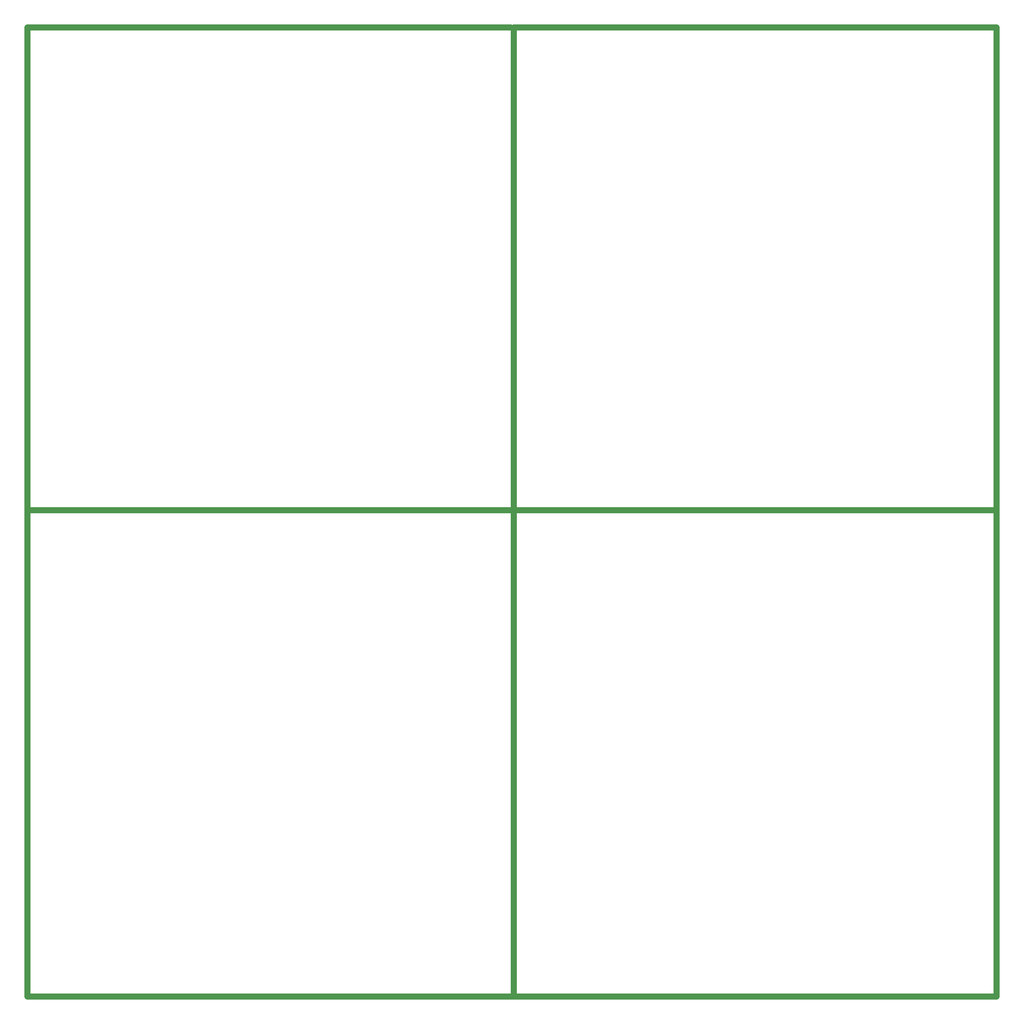
<source format=gm1>
G04*
G04 #@! TF.GenerationSoftware,Altium Limited,Altium Designer,20.0.10 (225)*
G04*
G04 Layer_Color=16711935*
%FSLAX25Y25*%
%MOIN*%
G70*
G01*
G75*
%ADD36C,0.03937*%
D36*
Y316929D02*
Y635827D01*
X316929D01*
X0Y0D02*
Y318898D01*
Y0D02*
X635827D01*
Y318898D01*
X318898Y635827D02*
X318898Y0D01*
X318898Y635827D02*
X635827D01*
Y316929D02*
Y635827D01*
X0Y318898D02*
X635827D01*
M02*

</source>
